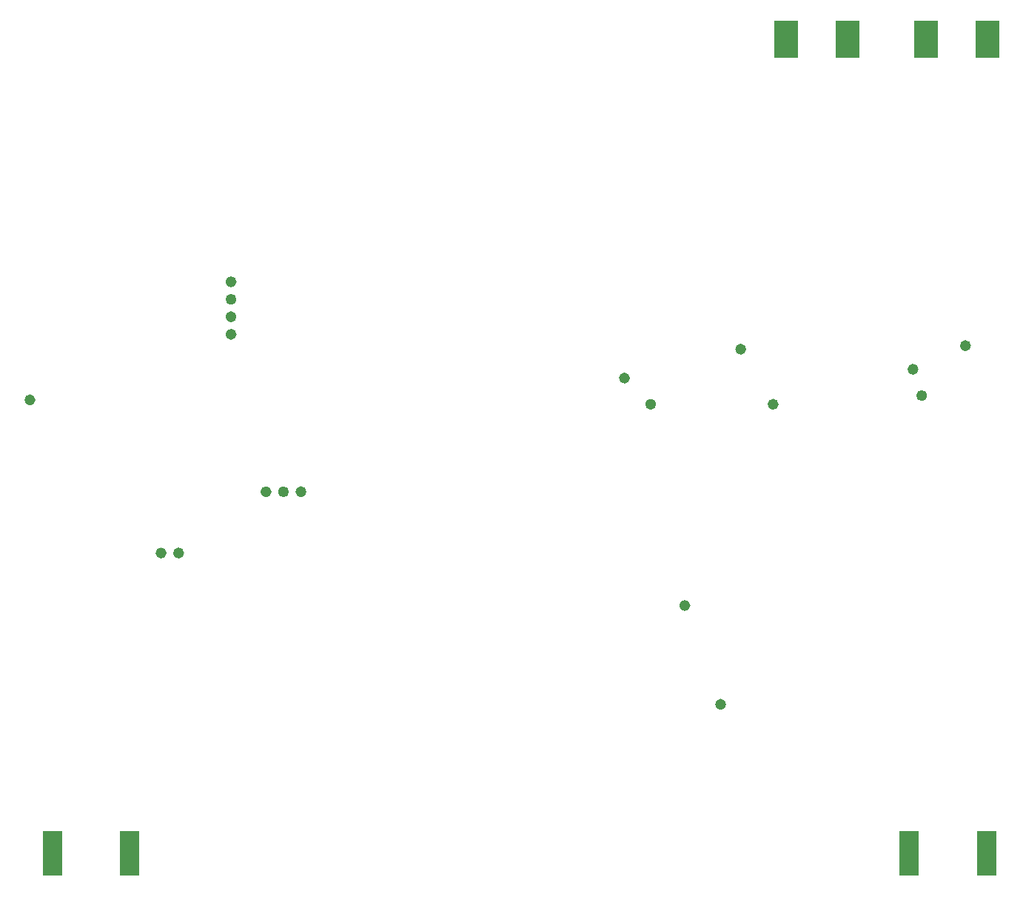
<source format=gbp>
G04 #@! TF.GenerationSoftware,KiCad,Pcbnew,(5.1.7)-1*
G04 #@! TF.CreationDate,2020-10-25T18:45:03+01:00*
G04 #@! TF.ProjectId,VNA,564e412e-6b69-4636-9164-5f7063625858,0.1*
G04 #@! TF.SameCoordinates,Original*
G04 #@! TF.FileFunction,Paste,Bot*
G04 #@! TF.FilePolarity,Positive*
%FSLAX46Y46*%
G04 Gerber Fmt 4.6, Leading zero omitted, Abs format (unit mm)*
G04 Created by KiCad (PCBNEW (5.1.7)-1) date 2020-10-25 18:45:03*
%MOMM*%
%LPD*%
G01*
G04 APERTURE LIST*
%ADD10R,2.667000X4.191000*%
%ADD11R,2.286000X5.080000*%
G04 APERTURE END LIST*
G36*
G01*
X114866100Y-88003600D02*
X114866100Y-88003600D01*
G75*
G02*
X115501100Y-87368600I635000J0D01*
G01*
X115501100Y-87368600D01*
G75*
G02*
X116136100Y-88003600I0J-635000D01*
G01*
X116136100Y-88003600D01*
G75*
G02*
X115501100Y-88638600I-635000J0D01*
G01*
X115501100Y-88638600D01*
G75*
G02*
X114866100Y-88003600I0J635000D01*
G01*
G37*
G36*
G01*
X114866100Y-90003600D02*
X114866100Y-90003600D01*
G75*
G02*
X115501100Y-89368600I635000J0D01*
G01*
X115501100Y-89368600D01*
G75*
G02*
X116136100Y-90003600I0J-635000D01*
G01*
X116136100Y-90003600D01*
G75*
G02*
X115501100Y-90638600I-635000J0D01*
G01*
X115501100Y-90638600D01*
G75*
G02*
X114866100Y-90003600I0J635000D01*
G01*
G37*
G36*
G01*
X114866100Y-92003600D02*
X114866100Y-92003600D01*
G75*
G02*
X115501100Y-91368600I635000J0D01*
G01*
X115501100Y-91368600D01*
G75*
G02*
X116136100Y-92003600I0J-635000D01*
G01*
X116136100Y-92003600D01*
G75*
G02*
X115501100Y-92638600I-635000J0D01*
G01*
X115501100Y-92638600D01*
G75*
G02*
X114866100Y-92003600I0J635000D01*
G01*
G37*
G36*
G01*
X114866100Y-86003600D02*
X114866100Y-86003600D01*
G75*
G02*
X115501100Y-85368600I635000J0D01*
G01*
X115501100Y-85368600D01*
G75*
G02*
X116136100Y-86003600I0J-635000D01*
G01*
X116136100Y-86003600D01*
G75*
G02*
X115501100Y-86638600I-635000J0D01*
G01*
X115501100Y-86638600D01*
G75*
G02*
X114866100Y-86003600I0J635000D01*
G01*
G37*
G36*
G01*
X106866100Y-117003600D02*
X106866100Y-117003600D01*
G75*
G02*
X107501100Y-116368600I635000J0D01*
G01*
X107501100Y-116368600D01*
G75*
G02*
X108136100Y-117003600I0J-635000D01*
G01*
X108136100Y-117003600D01*
G75*
G02*
X107501100Y-117638600I-635000J0D01*
G01*
X107501100Y-117638600D01*
G75*
G02*
X106866100Y-117003600I0J635000D01*
G01*
G37*
G36*
G01*
X108866100Y-117003600D02*
X108866100Y-117003600D01*
G75*
G02*
X109501100Y-116368600I635000J0D01*
G01*
X109501100Y-116368600D01*
G75*
G02*
X110136100Y-117003600I0J-635000D01*
G01*
X110136100Y-117003600D01*
G75*
G02*
X109501100Y-117638600I-635000J0D01*
G01*
X109501100Y-117638600D01*
G75*
G02*
X108866100Y-117003600I0J635000D01*
G01*
G37*
G36*
G01*
X192866100Y-96003600D02*
X192866100Y-96003600D01*
G75*
G02*
X193501100Y-95368600I635000J0D01*
G01*
X193501100Y-95368600D01*
G75*
G02*
X194136100Y-96003600I0J-635000D01*
G01*
X194136100Y-96003600D01*
G75*
G02*
X193501100Y-96638600I-635000J0D01*
G01*
X193501100Y-96638600D01*
G75*
G02*
X192866100Y-96003600I0J635000D01*
G01*
G37*
G36*
G01*
X193866100Y-99003600D02*
X193866100Y-99003600D01*
G75*
G02*
X194501100Y-98368600I635000J0D01*
G01*
X194501100Y-98368600D01*
G75*
G02*
X195136100Y-99003600I0J-635000D01*
G01*
X195136100Y-99003600D01*
G75*
G02*
X194501100Y-99638600I-635000J0D01*
G01*
X194501100Y-99638600D01*
G75*
G02*
X193866100Y-99003600I0J635000D01*
G01*
G37*
G36*
G01*
X122866100Y-110003600D02*
X122866100Y-110003600D01*
G75*
G02*
X123501100Y-109368600I635000J0D01*
G01*
X123501100Y-109368600D01*
G75*
G02*
X124136100Y-110003600I0J-635000D01*
G01*
X124136100Y-110003600D01*
G75*
G02*
X123501100Y-110638600I-635000J0D01*
G01*
X123501100Y-110638600D01*
G75*
G02*
X122866100Y-110003600I0J635000D01*
G01*
G37*
G36*
G01*
X118866100Y-110003600D02*
X118866100Y-110003600D01*
G75*
G02*
X119501100Y-109368600I635000J0D01*
G01*
X119501100Y-109368600D01*
G75*
G02*
X120136100Y-110003600I0J-635000D01*
G01*
X120136100Y-110003600D01*
G75*
G02*
X119501100Y-110638600I-635000J0D01*
G01*
X119501100Y-110638600D01*
G75*
G02*
X118866100Y-110003600I0J635000D01*
G01*
G37*
G36*
G01*
X173166100Y-93703600D02*
X173166100Y-93703600D01*
G75*
G02*
X173801100Y-93068600I635000J0D01*
G01*
X173801100Y-93068600D01*
G75*
G02*
X174436100Y-93703600I0J-635000D01*
G01*
X174436100Y-93703600D01*
G75*
G02*
X173801100Y-94338600I-635000J0D01*
G01*
X173801100Y-94338600D01*
G75*
G02*
X173166100Y-93703600I0J635000D01*
G01*
G37*
G36*
G01*
X176866100Y-100003600D02*
X176866100Y-100003600D01*
G75*
G02*
X177501100Y-99368600I635000J0D01*
G01*
X177501100Y-99368600D01*
G75*
G02*
X178136100Y-100003600I0J-635000D01*
G01*
X178136100Y-100003600D01*
G75*
G02*
X177501100Y-100638600I-635000J0D01*
G01*
X177501100Y-100638600D01*
G75*
G02*
X176866100Y-100003600I0J635000D01*
G01*
G37*
G36*
G01*
X93136100Y-99503600D02*
X93136100Y-99503600D01*
G75*
G02*
X92501100Y-100138600I-635000J0D01*
G01*
X92501100Y-100138600D01*
G75*
G02*
X91866100Y-99503600I0J635000D01*
G01*
X91866100Y-99503600D01*
G75*
G02*
X92501100Y-98868600I635000J0D01*
G01*
X92501100Y-98868600D01*
G75*
G02*
X93136100Y-99503600I0J-635000D01*
G01*
G37*
G36*
G01*
X200136100Y-93303600D02*
X200136100Y-93303600D01*
G75*
G02*
X199501100Y-93938600I-635000J0D01*
G01*
X199501100Y-93938600D01*
G75*
G02*
X198866100Y-93303600I0J635000D01*
G01*
X198866100Y-93303600D01*
G75*
G02*
X199501100Y-92668600I635000J0D01*
G01*
X199501100Y-92668600D01*
G75*
G02*
X200136100Y-93303600I0J-635000D01*
G01*
G37*
G36*
G01*
X122136100Y-110003600D02*
X122136100Y-110003600D01*
G75*
G02*
X121501100Y-110638600I-635000J0D01*
G01*
X121501100Y-110638600D01*
G75*
G02*
X120866100Y-110003600I0J635000D01*
G01*
X120866100Y-110003600D01*
G75*
G02*
X121501100Y-109368600I635000J0D01*
G01*
X121501100Y-109368600D01*
G75*
G02*
X122136100Y-110003600I0J-635000D01*
G01*
G37*
G36*
G01*
X164136100Y-100003600D02*
X164136100Y-100003600D01*
G75*
G02*
X163501100Y-100638600I-635000J0D01*
G01*
X163501100Y-100638600D01*
G75*
G02*
X162866100Y-100003600I0J635000D01*
G01*
X162866100Y-100003600D01*
G75*
G02*
X163501100Y-99368600I635000J0D01*
G01*
X163501100Y-99368600D01*
G75*
G02*
X164136100Y-100003600I0J-635000D01*
G01*
G37*
G36*
G01*
X161136100Y-97003600D02*
X161136100Y-97003600D01*
G75*
G02*
X160501100Y-97638600I-635000J0D01*
G01*
X160501100Y-97638600D01*
G75*
G02*
X159866100Y-97003600I0J635000D01*
G01*
X159866100Y-97003600D01*
G75*
G02*
X160501100Y-96368600I635000J0D01*
G01*
X160501100Y-96368600D01*
G75*
G02*
X161136100Y-97003600I0J-635000D01*
G01*
G37*
G36*
G01*
X172136100Y-134303600D02*
X172136100Y-134303600D01*
G75*
G02*
X171501100Y-134938600I-635000J0D01*
G01*
X171501100Y-134938600D01*
G75*
G02*
X170866100Y-134303600I0J635000D01*
G01*
X170866100Y-134303600D01*
G75*
G02*
X171501100Y-133668600I635000J0D01*
G01*
X171501100Y-133668600D01*
G75*
G02*
X172136100Y-134303600I0J-635000D01*
G01*
G37*
G36*
G01*
X166766100Y-123003600D02*
X166766100Y-123003600D01*
G75*
G02*
X167401100Y-122368600I635000J0D01*
G01*
X167401100Y-122368600D01*
G75*
G02*
X168036100Y-123003600I0J-635000D01*
G01*
X168036100Y-123003600D01*
G75*
G02*
X167401100Y-123638600I-635000J0D01*
G01*
X167401100Y-123638600D01*
G75*
G02*
X166766100Y-123003600I0J635000D01*
G01*
G37*
D10*
X179006500Y-58315400D03*
X185995700Y-58315400D03*
X195006500Y-58315400D03*
X201995700Y-58315400D03*
D11*
X103920700Y-151338200D03*
X95081500Y-151338200D03*
X201920700Y-151338200D03*
X193081500Y-151338200D03*
M02*

</source>
